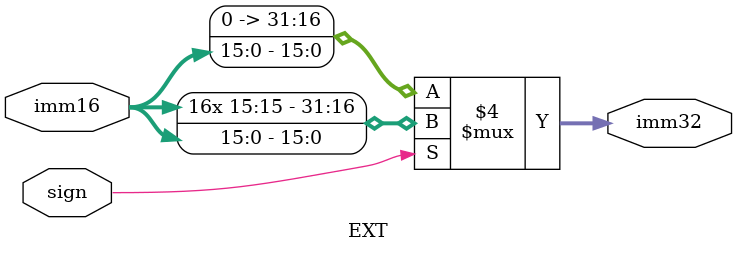
<source format=v>
`timescale 1ns / 1ps
module EXT(input [15:0] imm16,
           input sign,
           output reg [31:0] imm32
           );
    always @(*)begin
        if (sign == 1'b0)begin
            imm32 = {{16{1'b0}},imm16};
        end
        else begin
            imm32 = {{16{imm16[15]}},imm16};
        end
    end
endmodule

</source>
